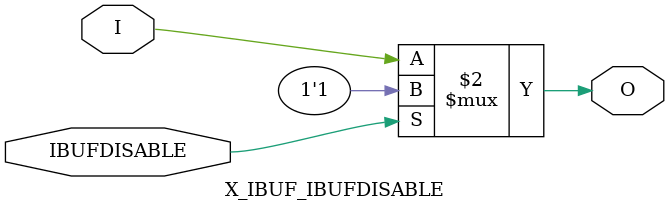
<source format=v>

`timescale  1 ps / 1 ps


module X_IBUF_IBUFDISABLE (O, I, IBUFDISABLE);

    parameter CAPACITANCE = "DONT_CARE";
    parameter IBUF_DELAY_VALUE = "0";
    parameter IBUF_LOW_PWR = "TRUE";
    parameter IFD_DELAY_VALUE = "AUTO";
    parameter IOSTANDARD = "DEFAULT";
    parameter LOC = "UNPLACED";
    
    output O;

    input  I;
    input  IBUFDISABLE;

    initial begin
	
        case (CAPACITANCE)

            "LOW", "NORMAL", "DONT_CARE" : ;
            default : begin
                          $display("Attribute Syntax Error : The attribute CAPACITANCE on X_IBUF_IBUFDISABLE instance %m is set to %s.  Legal values for this attribute are DONT_CARE, LOW or NORMAL.", CAPACITANCE);
                          $finish;
                      end

        endcase


	case (IBUF_DELAY_VALUE)

            "0", "1", "2", "3", "4", "5", "6", "7", "8", "9", "10", "11", "12", "13", "14", "15", "16" : ;
            default : begin
                          $display("Attribute Syntax Error : The attribute IBUF_DELAY_VALUE on X_IBUF_IBUFDISABLE instance %m is set to %s.  Legal values for this attribute are 0, 1, 2, ... or 16.", IBUF_DELAY_VALUE);
                          $finish;
                      end

        endcase

        case (IBUF_LOW_PWR)

            "FALSE", "TRUE" : ;
            default : begin
                          $display("Attribute Syntax Error : The attribute IBUF_LOW_PWR on X_IBUF_IBUFDISABLE instance %m is set to %s.  Legal values for this attribute are TRUE or FALSE.", IBUF_LOW_PWR);
                          $finish;
                      end

        endcase


	case (IFD_DELAY_VALUE)

            "AUTO", "0", "1", "2", "3", "4", "5", "6", "7", "8" : ;
            default : begin
                          $display("Attribute Syntax Error : The attribute IFD_DELAY_VALUE on X_IBUF_IBUFDISABLE instance %m is set to %s.  Legal values for this attribute are AUTO, 0, 1, 2, ... or 8.", IFD_DELAY_VALUE);
                          $finish;
                      end

	endcase
	
    end

    assign O = (IBUFDISABLE == 0) ? I : 1'b1;

    specify

        (I => O) 		= (0:0:0,  0:0:0);
        (IBUFDISABLE => O)	= (0:0:0,  0:0:0);

        specparam PATHPULSE$ = 0;

    endspecify

endmodule

</source>
